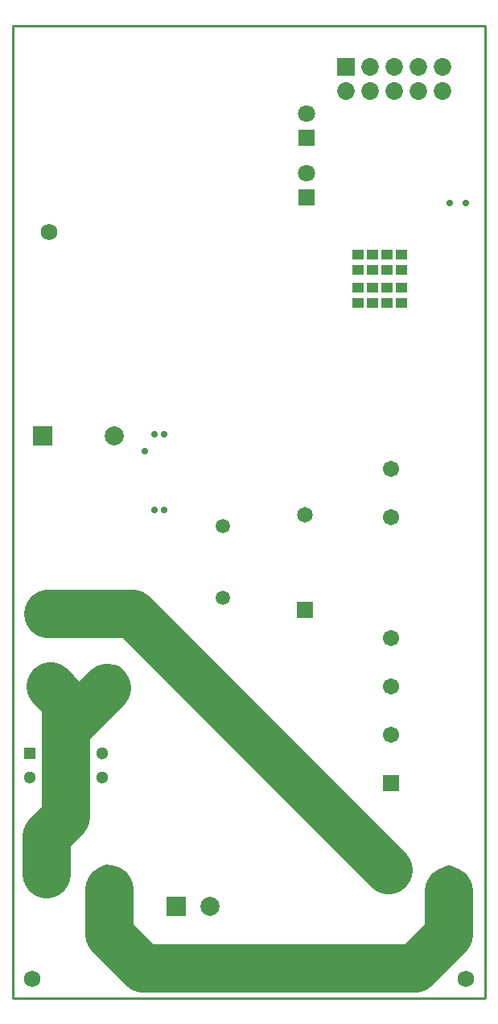
<source format=gbs>
G04*
G04 #@! TF.GenerationSoftware,Altium Limited,Altium Designer,20.2.8 (258)*
G04*
G04 Layer_Color=16711935*
%FSLAX25Y25*%
%MOIN*%
G70*
G04*
G04 #@! TF.SameCoordinates,1A047D9A-836D-465F-8526-38319891AFC0*
G04*
G04*
G04 #@! TF.FilePolarity,Negative*
G04*
G01*
G75*
%ADD15C,0.01000*%
%ADD17R,0.04737X0.04343*%
%ADD39C,0.06800*%
%ADD40C,0.07296*%
%ADD41R,0.07296X0.07296*%
%ADD42R,0.07099X0.07099*%
%ADD43C,0.07099*%
%ADD44R,0.07874X0.07874*%
%ADD45C,0.07874*%
%ADD46C,0.07887*%
%ADD47R,0.07887X0.07887*%
%ADD48C,0.05950*%
%ADD49R,0.06509X0.06509*%
%ADD50C,0.06509*%
%ADD51R,0.06737X0.06737*%
%ADD52C,0.06737*%
%ADD53R,0.05118X0.05118*%
%ADD54C,0.05118*%
%ADD55R,0.07887X0.07887*%
%ADD56C,0.02800*%
%ADD57C,0.02769*%
%ADD90C,0.20000*%
D15*
X515000Y97500D02*
Y500000D01*
Y97500D02*
X710500D01*
Y500000D01*
X515000D02*
X710500D01*
D17*
X676000Y398850D02*
D03*
Y405150D02*
D03*
Y391650D02*
D03*
Y385350D02*
D03*
X670000Y391650D02*
D03*
Y385350D02*
D03*
Y398850D02*
D03*
Y405150D02*
D03*
X658000Y391650D02*
D03*
Y385350D02*
D03*
X664000Y405150D02*
D03*
Y398850D02*
D03*
X658000Y398850D02*
D03*
Y405150D02*
D03*
X664000Y385350D02*
D03*
Y391650D02*
D03*
D39*
X702500Y105500D02*
D03*
X523000D02*
D03*
X530000Y414500D02*
D03*
D40*
X673000Y472752D02*
D03*
Y482752D02*
D03*
X653000Y472752D02*
D03*
X663000Y482752D02*
D03*
Y472752D02*
D03*
X683000Y482752D02*
D03*
X693000D02*
D03*
X683000Y472752D02*
D03*
X693000D02*
D03*
D41*
X653000Y482752D02*
D03*
D42*
X636500Y453500D02*
D03*
Y429000D02*
D03*
D43*
Y463500D02*
D03*
Y439000D02*
D03*
D44*
X527236Y330138D02*
D03*
D45*
X556764D02*
D03*
X527236Y251398D02*
D03*
X556764D02*
D03*
Y231713D02*
D03*
X527236D02*
D03*
D46*
X695500Y148500D02*
D03*
X554000Y149000D02*
D03*
X596500Y135500D02*
D03*
D47*
X670500Y148500D02*
D03*
X529000Y149000D02*
D03*
D48*
X602000Y292764D02*
D03*
Y263236D02*
D03*
D49*
X636000Y258315D02*
D03*
D50*
Y297685D02*
D03*
D51*
X671500Y186500D02*
D03*
D52*
Y206500D02*
D03*
Y226500D02*
D03*
Y246500D02*
D03*
Y316500D02*
D03*
Y296500D02*
D03*
D53*
X522039Y199000D02*
D03*
D54*
Y189000D02*
D03*
X551961D02*
D03*
Y199000D02*
D03*
D55*
X582721Y135500D02*
D03*
D56*
X569500Y324000D02*
D03*
X702500Y426500D02*
D03*
X696000D02*
D03*
D57*
X573531Y331000D02*
D03*
X577468D02*
D03*
Y299500D02*
D03*
X573531D02*
D03*
D90*
X564736Y256602D02*
X670736Y150602D01*
X529736Y256602D02*
X564736D01*
X542500Y214450D02*
X554000Y225950D01*
X529000Y148950D02*
Y164550D01*
X530500Y226450D02*
X537000Y219950D01*
Y209450D02*
Y219950D01*
Y172550D02*
Y209450D01*
X529000Y164550D02*
X537000Y172550D01*
X569000Y110000D02*
X681500D01*
X695500Y124000D01*
X555000D02*
Y142500D01*
Y124000D02*
X569000Y110000D01*
X695500Y124000D02*
Y142000D01*
X540500Y212500D02*
X554000Y226000D01*
X530500Y226500D02*
X537000Y220000D01*
M02*

</source>
